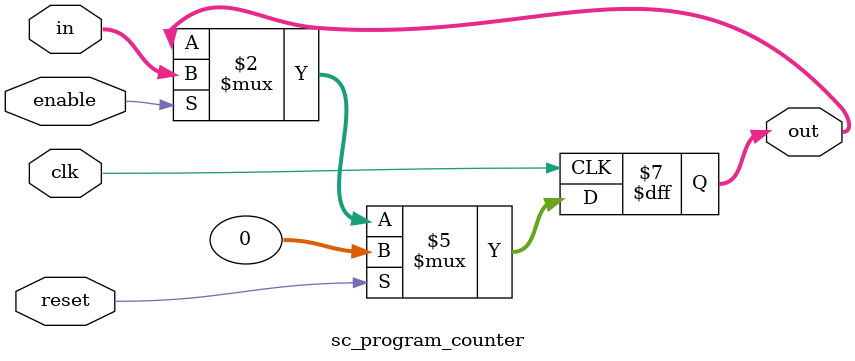
<source format=sv>
`timescale 1ns / 1ps

module sc_program_counter(
    input  logic [31:0] in,
    input  logic        clk,
    input  logic        reset,
    input  logic        enable,
    output logic [31:0] out
    );
    
    always_ff @(posedge clk) begin
        if(reset) begin
            out <= 32'd0;
        end
        else if (enable) begin
            out <= in;
        end
    end
         
endmodule

</source>
